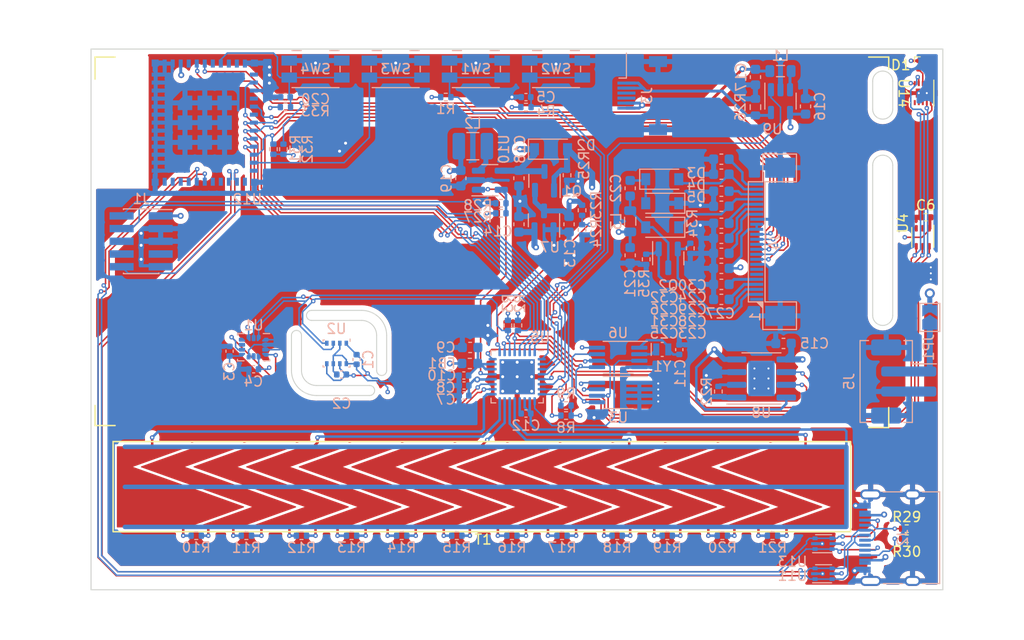
<source format=kicad_pcb>
(kicad_pcb (version 20211014) (generator pcbnew)

  (general
    (thickness 4.69)
  )

  (paper "A4")
  (layers
    (0 "F.Cu" signal)
    (1 "In1.Cu" signal)
    (2 "In2.Cu" signal)
    (31 "B.Cu" signal)
    (32 "B.Adhes" user "B.Adhesive")
    (33 "F.Adhes" user "F.Adhesive")
    (34 "B.Paste" user)
    (35 "F.Paste" user)
    (36 "B.SilkS" user "B.Silkscreen")
    (37 "F.SilkS" user "F.Silkscreen")
    (38 "B.Mask" user)
    (39 "F.Mask" user)
    (40 "Dwgs.User" user "User.Drawings")
    (41 "Cmts.User" user "User.Comments")
    (42 "Eco1.User" user "User.Eco1")
    (43 "Eco2.User" user "User.Eco2")
    (44 "Edge.Cuts" user)
    (45 "Margin" user)
    (46 "B.CrtYd" user "B.Courtyard")
    (47 "F.CrtYd" user "F.Courtyard")
    (48 "B.Fab" user)
    (49 "F.Fab" user)
    (50 "User.1" user)
    (51 "User.2" user)
    (52 "User.3" user)
    (53 "User.4" user)
    (54 "User.5" user)
    (55 "User.6" user)
    (56 "User.7" user)
    (57 "User.8" user)
    (58 "User.9" user)
  )

  (setup
    (stackup
      (layer "F.SilkS" (type "Top Silk Screen"))
      (layer "F.Paste" (type "Top Solder Paste"))
      (layer "F.Mask" (type "Top Solder Mask") (thickness 0.01))
      (layer "F.Cu" (type "copper") (thickness 0.035))
      (layer "dielectric 1" (type "core") (thickness 1.51) (material "FR4") (epsilon_r 4.5) (loss_tangent 0.02))
      (layer "In1.Cu" (type "copper") (thickness 0.035))
      (layer "dielectric 2" (type "prepreg") (thickness 1.51) (material "FR4") (epsilon_r 4.5) (loss_tangent 0.02))
      (layer "In2.Cu" (type "copper") (thickness 0.035))
      (layer "dielectric 3" (type "core") (thickness 1.51) (material "FR4") (epsilon_r 4.5) (loss_tangent 0.02))
      (layer "B.Cu" (type "copper") (thickness 0.035))
      (layer "B.Mask" (type "Bottom Solder Mask") (thickness 0.01))
      (layer "B.Paste" (type "Bottom Solder Paste"))
      (layer "B.SilkS" (type "Bottom Silk Screen"))
      (copper_finish "None")
      (dielectric_constraints yes)
    )
    (pad_to_mask_clearance 0)
    (pcbplotparams
      (layerselection 0x00010fc_ffffffff)
      (disableapertmacros false)
      (usegerberextensions false)
      (usegerberattributes true)
      (usegerberadvancedattributes true)
      (creategerberjobfile true)
      (svguseinch false)
      (svgprecision 6)
      (excludeedgelayer true)
      (plotframeref false)
      (viasonmask false)
      (mode 1)
      (useauxorigin false)
      (hpglpennumber 1)
      (hpglpenspeed 20)
      (hpglpendiameter 15.000000)
      (dxfpolygonmode true)
      (dxfimperialunits true)
      (dxfusepcbnewfont true)
      (psnegative false)
      (psa4output false)
      (plotreference true)
      (plotvalue true)
      (plotinvisibletext false)
      (sketchpadsonfab false)
      (subtractmaskfromsilk false)
      (outputformat 1)
      (mirror false)
      (drillshape 1)
      (scaleselection 1)
      (outputdirectory "")
    )
  )

  (net 0 "")
  (net 1 "VDDF")
  (net 2 "GND")
  (net 3 "/Sensor_Controller/LPC_~{RST}")
  (net 4 "Net-(C10-Pad1)")
  (net 5 "Net-(C11-Pad2)")
  (net 6 "VCC")
  (net 7 "/Power_Management/PS_SWITCH")
  (net 8 "/Power_Management/LED_A")
  (net 9 "VDD")
  (net 10 "Net-(C20-Pad1)")
  (net 11 "Net-(C22-Pad1)")
  (net 12 "Net-(C22-Pad2)")
  (net 13 "Net-(C23-Pad2)")
  (net 14 "Net-(C24-Pad2)")
  (net 15 "/WiFi_Display/PREVGH")
  (net 16 "/WiFi_Display/PREVGL")
  (net 17 "Net-(C27-Pad2)")
  (net 18 "Net-(C29-Pad2)")
  (net 19 "Net-(C30-Pad2)")
  (net 20 "Net-(C31-Pad2)")
  (net 21 "Net-(C32-Pad2)")
  (net 22 "Net-(D1-Pad2)")
  (net 23 "Net-(D1-Pad3)")
  (net 24 "Net-(D1-Pad4)")
  (net 25 "VBUS")
  (net 26 "unconnected-(J3-Pad3)")
  (net 27 "unconnected-(J3-Pad4)")
  (net 28 "/Power_Management/LED_K")
  (net 29 "unconnected-(J4-Pad1)")
  (net 30 "/WiFi_Display/GDR")
  (net 31 "/WiFi_Display/RESE")
  (net 32 "unconnected-(J4-Pad6)")
  (net 33 "unconnected-(J4-Pad7)")
  (net 34 "/WiFi_Display/EPD_BUSY")
  (net 35 "/WiFi_Display/EPD_~{RES}")
  (net 36 "/WiFi_Display/EPD_D{slash}~{C}")
  (net 37 "/WiFi_Display/EPD_CS")
  (net 38 "/WiFi_Display/EPD_SCLK")
  (net 39 "/WiFi_Display/EPD_SDI")
  (net 40 "/Sensor_Controller/LPC_~{ISP}")
  (net 41 "/Sensor_Controller/I2C_SDA")
  (net 42 "/Sensor_Controller/I2C_SCL")
  (net 43 "/Sensor_Controller/LPC_SWDIO")
  (net 44 "/Sensor_Controller/LPC_SWCLK")
  (net 45 "/Sensor_Controller/CAPT_X0")
  (net 46 "Net-(R10-Pad2)")
  (net 47 "Net-(R11-Pad1)")
  (net 48 "/Sensor_Controller/CAPT_X1")
  (net 49 "Net-(R13-Pad2)")
  (net 50 "Net-(R14-Pad2)")
  (net 51 "/Sensor_Controller/CAPT_X2")
  (net 52 "Net-(R16-Pad2)")
  (net 53 "Net-(R17-Pad2)")
  (net 54 "/Sensor_Controller/CAPT_X3")
  (net 55 "Net-(R19-Pad2)")
  (net 56 "Net-(R20-Pad2)")
  (net 57 "/Sensor_Controller/CAPT_X4")
  (net 58 "Net-(R22-Pad1)")
  (net 59 "/Power_Management/ADC_BAT")
  (net 60 "Net-(R27-Pad2)")
  (net 61 "Net-(J2-PadA5)")
  (net 62 "Net-(J2-PadB5)")
  (net 63 "/Sensor_Controller/CAPT_YH")
  (net 64 "/Sensor_Controller/LSM_INT1")
  (net 65 "/Sensor_Controller/LSM_INT2")
  (net 66 "unconnected-(U1-Pad10)")
  (net 67 "unconnected-(U1-Pad11)")
  (net 68 "/Sensor_Controller/SPI_CS")
  (net 69 "/Power_Management/LED_PWM")
  (net 70 "/Sensor_Controller/ALS_INT")
  (net 71 "/Sensor_Controller/RTC_CLKO")
  (net 72 "/Sensor_Controller/RTC_INT")
  (net 73 "/Sensor_Controller/CAPT_YL")
  (net 74 "/Power_Management/DCDC_EN")
  (net 75 "/Power_Management/CHG_~{STBY}")
  (net 76 "/Power_Management/CHG_~{ACT}")
  (net 77 "/Sensor_Controller/SPI_~{INT}")
  (net 78 "/Sensor_Controller/SPI_MISO")
  (net 79 "Net-(U6-Pad2)")
  (net 80 "Net-(L1-Pad1)")
  (net 81 "Net-(L2-Pad1)")
  (net 82 "/WiFi_Display/USB_D+")
  (net 83 "/WiFi_Display/USB_D-")
  (net 84 "unconnected-(U12-Pad4)")
  (net 85 "unconnected-(U12-Pad7)")
  (net 86 "unconnected-(U12-Pad9)")
  (net 87 "unconnected-(U12-Pad10)")
  (net 88 "unconnected-(U12-Pad12)")
  (net 89 "unconnected-(U12-Pad15)")
  (net 90 "unconnected-(U12-Pad17)")
  (net 91 "Net-(SW3-Pad2)")
  (net 92 "unconnected-(U12-Pad24)")
  (net 93 "unconnected-(U12-Pad25)")
  (net 94 "unconnected-(U12-Pad28)")
  (net 95 "unconnected-(U12-Pad29)")
  (net 96 "/WiFi_Display/UART_RX")
  (net 97 "/WiFi_Display/UART_TX")
  (net 98 "unconnected-(U12-Pad32)")
  (net 99 "unconnected-(U12-Pad33)")
  (net 100 "unconnected-(U12-Pad34)")
  (net 101 "unconnected-(U12-Pad35)")
  (net 102 "unconnected-(J1-Pad6)")
  (net 103 "unconnected-(J1-Pad7)")
  (net 104 "unconnected-(J1-Pad8)")
  (net 105 "unconnected-(U4-Pad2)")
  (net 106 "unconnected-(U14-Pad6)")
  (net 107 "unconnected-(U14-Pad7)")
  (net 108 "unconnected-(U14-Pad8)")
  (net 109 "Net-(JP1-Pad1)")
  (net 110 "unconnected-(U8-Pad9)")

  (footprint "Touch_Sensor:CapTouch_Mutual_5X_Slider" (layer "F.Cu") (at 151.125 154.875))

  (footprint "Resistor_SMD:R_0402_1005Metric" (layer "F.Cu") (at 193.4 154.3))

  (footprint "OptoDevice:Lite-On_LTR-303ALS-01" (layer "F.Cu") (at 195 124.2 -90))

  (footprint "Package_DFN_AW:Package_DFN10_1EP_2mmx2mm" (layer "F.Cu") (at 195 109.8 -90))

  (footprint "LED_SMD:LED_Lumex_SML-LX0404SIUPGUSB" (layer "F.Cu") (at 195 107))

  (footprint "Capacitor_SMD:C_0402_1005Metric" (layer "F.Cu") (at 195.3 122.2 180))

  (footprint "Resistor_SMD:R_0402_1005Metric" (layer "F.Cu") (at 193.4 153.3))

  (footprint "Package_SO:MSOP-8_3x3mm_P0.65mm" (layer "B.Cu") (at 164.6 136.2 180))

  (footprint "Capacitor_SMD:C_0402_1005Metric" (layer "B.Cu") (at 170.7 135.42 -90))

  (footprint "Resistor_SMD:R_0402_1005Metric" (layer "B.Cu") (at 180 154))

  (footprint "Resistor_SMD:R_0402_1005Metric" (layer "B.Cu") (at 175 154))

  (footprint "Resistor_SMD:R_0402_1005Metric" (layer "B.Cu") (at 167.4 126.4 -90))

  (footprint "Resistor_SMD:R_0402_1005Metric" (layer "B.Cu") (at 159.4 141 180))

  (footprint "Package_SO:SOIC-8-1EP_3.9x4.9mm_P1.27mm_EP2.62x3.51mm_ThermalVias" (layer "B.Cu") (at 178.9 138.3))

  (footprint "Package_TO_SOT_SMD:SOT-23" (layer "B.Cu") (at 157.25 118.5625 90))

  (footprint "Capacitor_SMD:C_0603_1608Metric" (layer "B.Cu") (at 174.9 124.3))

  (footprint "Resistor_SMD:R_0402_1005Metric" (layer "B.Cu") (at 138 154))

  (footprint "Package_TO_SOT_SMD:SOT-23-5" (layer "B.Cu") (at 180.8 110.6 -90))

  (footprint "Resistor_SMD:R_0402_1005Metric" (layer "B.Cu") (at 174.6 139.6 -90))

  (footprint "Capacitor_SMD:C_0402_1005Metric" (layer "B.Cu") (at 155.4 141.8 180))

  (footprint "Resistor_SMD:R_0402_1005Metric" (layer "B.Cu") (at 131.2 115.4 90))

  (footprint "Resistor_SMD:R_0402_1005Metric" (layer "B.Cu") (at 159 154))

  (footprint "Resistor_SMD:R_0402_1005Metric" (layer "B.Cu") (at 122.5 154))

  (footprint "Capacitor_SMD:C_0603_1608Metric" (layer "B.Cu") (at 174.9 119.6))

  (footprint "Diode_SMD:D_SOD-123" (layer "B.Cu") (at 169 120.8 180))

  (footprint "Resistor_SMD:R_0402_1005Metric" (layer "B.Cu") (at 152.9 120.8 180))

  (footprint "Capacitor_SMD:C_0603_1608Metric" (layer "B.Cu") (at 154.7 118.3 -90))

  (footprint "Jumper:SolderJumper-2_P1.3mm_Open_TrianglePad1.0x1.5mm" (layer "B.Cu") (at 195.7 132.2 90))

  (footprint "Resistor_SMD:R_0402_1005Metric" (layer "B.Cu") (at 161 121.5 -90))

  (footprint "Capacitor_SMD:C_0603_1608Metric" (layer "B.Cu") (at 174.9 125.8))

  (footprint "Package_TO_SOT_SMD:SOT-666" (layer "B.Cu") (at 185.1 157.8))

  (footprint "Resistor_SMD:R_0402_1005Metric" (layer "B.Cu") (at 133 154 180))

  (footprint "Button_Switch_SMD:Panasonic_EVQPUJ_EVQPUA" (layer "B.Cu") (at 158.4 107.4 180))

  (footprint "Diode_SMD:D_SOD-123" (layer "B.Cu") (at 157.9 115.4))

  (footprint "Capacitor_SMD:C_0603_1608Metric" (layer "B.Cu") (at 159.7 122.9 -90))

  (footprint "Inductor_SMD:L_0603_1608Metric" (layer "B.Cu") (at 149.8 136.8))

  (footprint "Capacitor_SMD:C_0402_1005Metric" (layer "B.Cu") (at 138.5 136.4 90))

  (footprint "Capacitor_SMD:C_0603_1608Metric" (layer "B.Cu") (at 154.7 122.9 90))

  (footprint "Capacitor_SMD:C_0603_1608Metric" (layer "B.Cu") (at 174.9 130.4))

  (footprint "Resistor_SMD:R_0402_1005Metric" (layer "B.Cu") (at 159.5 118 -90))

  (footprint "Capacitor_SMD:C_0603_1608Metric" (layer "B.Cu") (at 174.9 127.3))

  (footprint "Capacitor_SMD:C_0402_1005Metric" (layer "B.Cu") (at 128.225 137.375 180))

  (footprint "Package_TO_SOT_SMD:SOT-666" (layer "B.Cu") (at 185.1 154.8))

  (footprint "Capacitor_SMD:C_0402_1005Metric" (layer "B.Cu") (at 149.22 140 180))

  (footprint "Capacitor_SMD:C_0603_1608Metric" (layer "B.Cu") (at 174.9 117.9))

  (footprint "Button_Switch_SMD:Panasonic_EVQPUJ_EVQPUA" (layer "B.Cu") (at 150.4 107.4 180))

  (footprint "Inductor_SMD:L_1210_3225Metric" (layer "B.Cu") (at 150.1 115.1 180))

  (footprint "Resistor_SMD:R_0402_1005Metric" (layer "B.Cu") (at 153.6 133 -90))

  (footprint "Capacitor_SMD:C_0402_1005Metric" (layer "B.Cu") (at 137 137.9))

  (footprint "Package_TO_SOT_SMD:SOT-23" (layer "B.Cu") (at 169.6 126.3 -90))

  (footprint "Capacitor_SMD:C_0603_1608Metric" (layer "B.Cu") (at 174.9 122.8))

  (footprint "ESP32_Module:ESP32-C3-MINI-1" (layer "B.Cu") (at 123.35 112.75 -90))

  (footprint "Capacitor_SMD:C_0603_1608Metric" (layer "B.Cu")
    (tedit 5F68FEEE) (tstamp 875f318c-ca2b-41d9-8455-86aa24bccdd8)
    (at 181.1 134.8 180)
    (descr "Capacitor SMD 0603 (1608 Metric), square (rectangular) end terminal, IPC_7351 nominal, (Body size source: IPC-SM-782 page 76, https://www.pcb-3d.com/wordpress/wp-content/uploads/ipc-sm-782a_amendment_1_and_2.pdf), generated with kicad-footprint-generator")
    (tags "capacitor")
    (property "Sheetfile" "power_management.kicad_sch")
    (property "Sheetname" "Power_Management")
    (path "/d0438112-8947-4af3-8b61-fc1421d15cf5/07ce96f0-ebcf-4468-9381-7d40b1b2a8d8")
    (attr smd)
    (fp_text reference "C15" (at -3.1 0) (layer "B.SilkS")
      (effects (font (size 1 1) (thickness 0.15)) (justify mirror))
      (tstamp 59b87915-8700-4b78-82bb-93aa220310a0)
    )
    (fp_text value "4.7uF" (at 0 -1.43) (layer "B.Fab")
      (effects (font (size 1 1) (thickness 0.15)) (justify mirror))
      (tstamp 830822dc-6c19-4aee-bbed-b42bd882f9df)
    )
    (fp_text user "${REFERENCE}" (at 0 0) (layer "B.Fab")
      (effects (font (size 0.4 0.4) (thickness 0.06)) (justify mirror))
      (tstamp 60cc7178-87b8-4b14-ac75-02656e898c92)
    )
    (fp_line (start -0.14058 0.51) (en
... [1781856 chars truncated]
</source>
